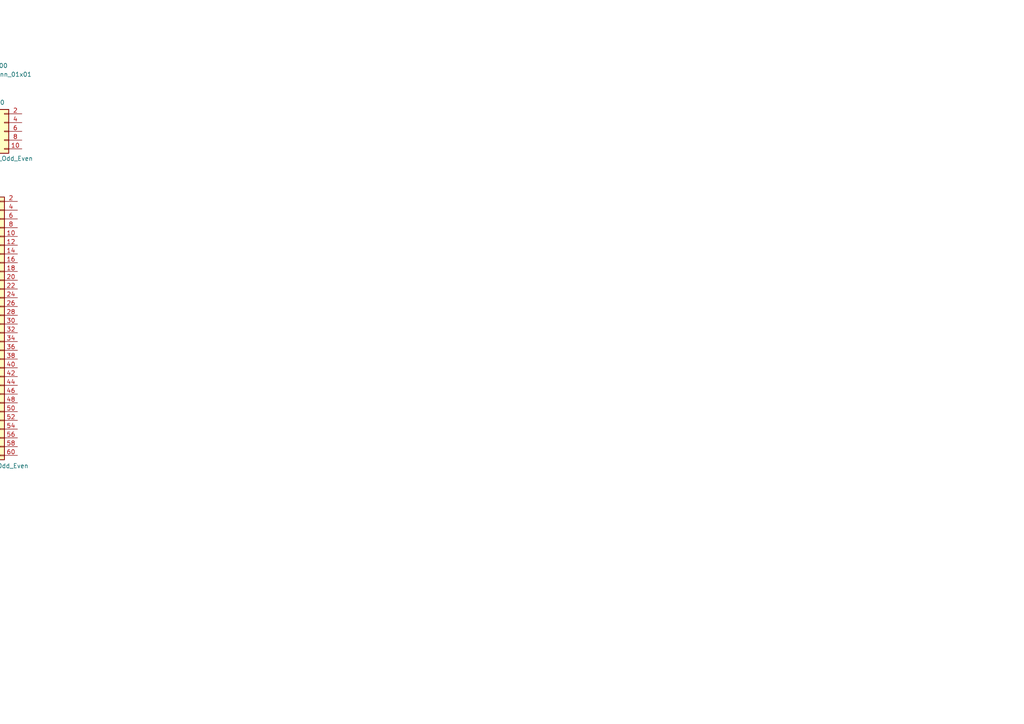
<source format=kicad_sch>
(kicad_sch (version 20231120) (generator "eeschema") (generator_version "8.0")
  (paper "A4")
  (lib_symbols
    (symbol "Connector_Generic:Conn_01x01" (pin_names (offset 1.016) hide)
      (property "Reference" "J" (at 0 2.54 0))
      (property "Value" "Conn_01x01" (at 0 -2.54 0))
      (symbol "Conn_01x01_1_1"
        (rectangle (start -1.27 0.127) (end 0 -0.127) (stroke (width 0.1524)))
        (rectangle (start -1.27 1.27) (end 1.27 -1.27) (stroke (width 0.254)) (fill (type background)))
        (pin passive line (at -5.08 0 0) (length 3.81) (name "Pin_1") (number "1"))
      )
    )
    (symbol "Connector_Generic:Conn_02x05_Odd_Even" (pin_names (offset 1.016) hide)
      (property "Reference" "J" (at 1.27 7.62 0))
      (property "Value" "Conn_02x05_Odd_Even" (at 1.27 -7.62 0))
      (symbol "Conn_02x05_Odd_Even_1_1"
        (rectangle (start -1.27 -4.953) (end 0 -5.207) (stroke (width 0.1524)))
        (rectangle (start -1.27 -2.413) (end 0 -2.667) (stroke (width 0.1524)))
        (rectangle (start -1.27 0.127) (end 0 -0.127) (stroke (width 0.1524)))
        (rectangle (start -1.27 2.667) (end 0 2.413) (stroke (width 0.1524)))
        (rectangle (start -1.27 5.207) (end 0 4.953) (stroke (width 0.1524)))
        (rectangle (start -1.27 6.35) (end 3.81 -6.35) (stroke (width 0.254)) (fill (type background)))
        (rectangle (start 3.81 -4.953) (end 2.54 -5.207) (stroke (width 0.1524)))
        (rectangle (start 3.81 -2.413) (end 2.54 -2.667) (stroke (width 0.1524)))
        (rectangle (start 3.81 0.127) (end 2.54 -0.127) (stroke (width 0.1524)))
        (rectangle (start 3.81 2.667) (end 2.54 2.413) (stroke (width 0.1524)))
        (rectangle (start 3.81 5.207) (end 2.54 4.953) (stroke (width 0.1524)))
        (pin passive line (at -5.08 5.08 0) (length 3.81) (name "Pin_1") (number "1"))
        (pin passive line (at 7.62 -5.08 180) (length 3.81) (name "Pin_10") (number "10"))
        (pin passive line (at 7.62 5.08 180) (length 3.81) (name "Pin_2") (number "2"))
        (pin passive line (at -5.08 2.54 0) (length 3.81) (name "Pin_3") (number "3"))
        (pin passive line (at 7.62 2.54 180) (length 3.81) (name "Pin_4") (number "4"))
        (pin passive line (at -5.08 0 0) (length 3.81) (name "Pin_5") (number "5"))
        (pin passive line (at 7.62 0 180) (length 3.81) (name "Pin_6") (number "6"))
        (pin passive line (at -5.08 -2.54 0) (length 3.81) (name "Pin_7") (number "7"))
        (pin passive line (at 7.62 -2.54 180) (length 3.81) (name "Pin_8") (number "8"))
        (pin passive line (at -5.08 -5.08 0) (length 3.81) (name "Pin_9") (number "9"))
      )
    )
    (symbol "Connector_Generic:Conn_02x30_Odd_Even" (pin_names (offset 1.016) hide)
      (property "Reference" "J" (at 1.27 38.1 0))
      (property "Value" "Conn_02x30_Odd_Even" (at 1.27 -40.64 0))
      (symbol "Conn_02x30_Odd_Even_1_1"
        (rectangle (start -1.27 -37.973) (end 0 -38.227) (stroke (width 0.1524)))
        (rectangle (start -1.27 -35.433) (end 0 -35.687) (stroke (width 0.1524)))
        (rectangle (start -1.27 -32.893) (end 0 -33.147) (stroke (width 0.1524)))
        (rectangle (start -1.27 -30.353) (end 0 -30.607) (stroke (width 0.1524)))
        (rectangle (start -1.27 -27.813) (end 0 -28.067) (stroke (width 0.1524)))
        (rectangle (start -1.27 -25.273) (end 0 -25.527) (stroke (width 0.1524)))
        (rectangle (start -1.27 -22.733) (end 0 -22.987) (stroke (width 0.1524)))
        (rectangle (start -1.27 -20.193) (end 0 -20.447) (stroke (width 0.1524)))
        (rectangle (start -1.27 -17.653) (end 0 -17.907) (stroke (width 0.1524)))
        (rectangle (start -1.27 -15.113) (end 0 -15.367) (stroke (width 0.1524)))
        (rectangle (start -1.27 -12.573) (end 0 -12.827) (stroke (width 0.1524)))
        (rectangle (start -1.27 -10.033) (end 0 -10.287) (stroke (width 0.1524)))
        (rectangle (start -1.27 -7.493) (end 0 -7.747) (stroke (width 0.1524)))
        (rectangle (start -1.27 -4.953) (end 0 -5.207) (stroke (width 0.1524)))
        (rectangle (start -1.27 -2.413) (end 0 -2.667) (stroke (width 0.1524)))
        (rectangle (start -1.27 0.127) (end 0 -0.127) (stroke (width 0.1524)))
        (rectangle (start -1.27 2.667) (end 0 2.413) (stroke (width 0.1524)))
        (rectangle (start -1.27 5.207) (end 0 4.953) (stroke (width 0.1524)))
        (rectangle (start -1.27 7.747) (end 0 7.493) (stroke (width 0.1524)))
        (rectangle (start -1.27 10.287) (end 0 10.033) (stroke (width 0.1524)))
        (rectangle (start -1.27 12.827) (end 0 12.573) (stroke (width 0.1524)))
        (rectangle (start -1.27 15.367) (end 0 15.113) (stroke (width 0.1524)))
        (rectangle (start -1.27 17.907) (end 0 17.653) (stroke (width 0.1524)))
        (rectangle (start -1.27 20.447) (end 0 20.193) (stroke (width 0.1524)))
        (rectangle (start -1.27 22.987) (end 0 22.733) (stroke (width 0.1524)))
        (rectangle (start -1.27 25.527) (end 0 25.273) (stroke (width 0.1524)))
        (rectangle (start -1.27 28.067) (end 0 27.813) (stroke (width 0.1524)))
        (rectangle (start -1.27 30.607) (end 0 30.353) (stroke (width 0.1524)))
        (rectangle (start -1.27 33.147) (end 0 32.893) (stroke (width 0.1524)))
        (rectangle (start -1.27 35.687) (end 0 35.433) (stroke (width 0.1524)))
        (rectangle (start -1.27 36.83) (end 3.81 -39.37) (stroke (width 0.254)) (fill (type background)))
        (rectangle (start 3.81 -37.973) (end 2.54 -38.227) (stroke (width 0.1524)))
        (rectangle (start 3.81 -35.433) (end 2.54 -35.687) (stroke (width 0.1524)))
        (rectangle (start 3.81 -32.893) (end 2.54 -33.147) (stroke (width 0.1524)))
        (rectangle (start 3.81 -30.353) (end 2.54 -30.607) (stroke (width 0.1524)))
        (rectangle (start 3.81 -27.813) (end 2.54 -28.067) (stroke (width 0.1524)))
        (rectangle (start 3.81 -25.273) (end 2.54 -25.527) (stroke (width 0.1524)))
        (rectangle (start 3.81 -22.733) (end 2.54 -22.987) (stroke (width 0.1524)))
        (rectangle (start 3.81 -20.193) (end 2.54 -20.447) (stroke (width 0.1524)))
        (rectangle (start 3.81 -17.653) (end 2.54 -17.907) (stroke (width 0.1524)))
        (rectangle (start 3.81 -15.113) (end 2.54 -15.367) (stroke (width 0.1524)))
        (rectangle (start 3.81 -12.573) (end 2.54 -12.827) (stroke (width 0.1524)))
        (rectangle (start 3.81 -10.033) (end 2.54 -10.287) (stroke (width 0.1524)))
        (rectangle (start 3.81 -7.493) (end 2.54 -7.747) (stroke (width 0.1524)))
        (rectangle (start 3.81 -4.953) (end 2.54 -5.207) (stroke (width 0.1524)))
        (rectangle (start 3.81 -2.413) (end 2.54 -2.667) (stroke (width 0.1524)))
        (rectangle (start 3.81 0.127) (end 2.54 -0.127) (stroke (width 0.1524)))
        (rectangle (start 3.81 2.667) (end 2.54 2.413) (stroke (width 0.1524)))
        (rectangle (start 3.81 5.207) (end 2.54 4.953) (stroke (width 0.1524)))
        (rectangle (start 3.81 7.747) (end 2.54 7.493) (stroke (width 0.1524)))
        (rectangle (start 3.81 10.287) (end 2.54 10.033) (stroke (width 0.1524)))
        (rectangle (start 3.81 12.827) (end 2.54 12.573) (stroke (width 0.1524)))
        (rectangle (start 3.81 15.367) (end 2.54 15.113) (stroke (width 0.1524)))
        (rectangle (start 3.81 17.907) (end 2.54 17.653) (stroke (width 0.1524)))
        (rectangle (start 3.81 20.447) (end 2.54 20.193) (stroke (width 0.1524)))
        (rectangle (start 3.81 22.987) (end 2.54 22.733) (stroke (width 0.1524)))
        (rectangle (start 3.81 25.527) (end 2.54 25.273) (stroke (width 0.1524)))
        (rectangle (start 3.81 28.067) (end 2.54 27.813) (stroke (width 0.1524)))
        (rectangle (start 3.81 30.607) (end 2.54 30.353) (stroke (width 0.1524)))
        (rectangle (start 3.81 33.147) (end 2.54 32.893) (stroke (width 0.1524)))
        (rectangle (start 3.81 35.687) (end 2.54 35.433) (stroke (width 0.1524)))
        (pin passive line (at -5.08 35.56 0) (length 3.81) (name "Pin_1") (number "1"))
        (pin passive line (at 7.62 25.4 180) (length 3.81) (name "Pin_10") (number "10"))
        (pin passive line (at -5.08 22.86 0) (length 3.81) (name "Pin_11") (number "11"))
        (pin passive line (at 7.62 22.86 180) (length 3.81) (name "Pin_12") (number "12"))
        (pin passive line (at -5.08 20.32 0) (length 3.81) (name "Pin_13") (number "13"))
        (pin passive line (at 7.62 20.32 180) (length 3.81) (name "Pin_14") (number "14"))
        (pin passive line (at -5.08 17.78 0) (length 3.81) (name "Pin_15") (number "15"))
        (pin passive line (at 7.62 17.78 180) (length 3.81) (name "Pin_16") (number "16"))
        (pin passive line (at -5.08 15.24 0) (length 3.81) (name "Pin_17") (number "17"))
        (pin passive line (at 7.62 15.24 180) (length 3.81) (name "Pin_18") (number "18"))
        (pin passive line (at -5.08 12.7 0) (length 3.81) (name "Pin_19") (number "19"))
        (pin passive line (at 7.62 35.56 180) (length 3.81) (name "Pin_2") (number "2"))
        (pin passive line (at 7.62 12.7 180) (length 3.81) (name "Pin_20") (number "20"))
        (pin passive line (at -5.08 10.16 0) (length 3.81) (name "Pin_21") (number "21"))
        (pin passive line (at 7.62 10.16 180) (length 3.81) (name "Pin_22") (number "22"))
        (pin passive line (at -5.08 7.62 0) (length 3.81) (name "Pin_23") (number "23"))
        (pin passive line (at 7.62 7.62 180) (length 3.81) (name "Pin_24") (number "24"))
        (pin passive line (at -5.08 5.08 0) (length 3.81) (name "Pin_25") (number "25"))
        (pin passive line (at 7.62 5.08 180) (length 3.81) (name "Pin_26") (number "26"))
        (pin passive line (at -5.08 2.54 0) (length 3.81) (name "Pin_27") (number "27"))
        (pin passive line (at 7.62 2.54 180) (length 3.81) (name "Pin_28") (number "28"))
        (pin passive line (at -5.08 0 0) (length 3.81) (name "Pin_29") (number "29"))
        (pin passive line (at -5.08 33.02 0) (length 3.81) (name "Pin_3") (number "3"))
        (pin passive line (at 7.62 0 180) (length 3.81) (name "Pin_30") (number "30"))
        (pin passive line (at -5.08 -2.54 0) (length 3.81) (name "Pin_31") (number "31"))
        (pin passive line (at 7.62 -2.54 180) (length 3.81) (name "Pin_32") (number "32"))
        (pin passive line (at -5.08 -5.08 0) (length 3.81) (name "Pin_33") (number "33"))
        (pin passive line (at 7.62 -5.08 180) (length 3.81) (name "Pin_34") (number "34"))
        (pin passive line (at -5.08 -7.62 0) (length 3.81) (name "Pin_35") (number "35"))
        (pin passive line (at 7.62 -7.62 180) (length 3.81) (name "Pin_36") (number "36"))
        (pin passive line (at -5.08 -10.16 0) (length 3.81) (name "Pin_37") (number "37"))
        (pin passive line (at 7.62 -10.16 180) (length 3.81) (name "Pin_38") (number "38"))
        (pin passive line (at -5.08 -12.7 0) (length 3.81) (name "Pin_39") (number "39"))
        (pin passive line (at 7.62 33.02 180) (length 3.81) (name "Pin_4") (number "4"))
        (pin passive line (at 7.62 -12.7 180) (length 3.81) (name "Pin_40") (number "40"))
        (pin passive line (at -5.08 -15.24 0) (length 3.81) (name "Pin_41") (number "41"))
        (pin passive line (at 7.62 -15.24 180) (length 3.81) (name "Pin_42") (number "42"))
        (pin passive line (at -5.08 -17.78 0) (length 3.81) (name "Pin_43") (number "43"))
        (pin passive line (at 7.62 -17.78 180) (length 3.81) (name "Pin_44") (number "44"))
        (pin passive line (at -5.08 -20.32 0) (length 3.81) (name "Pin_45") (number "45"))
        (pin passive line (at 7.62 -20.32 180) (length 3.81) (name "Pin_46") (number "46"))
        (pin passive line (at -5.08 -22.86 0) (length 3.81) (name "Pin_47") (number "47"))
        (pin passive line (at 7.62 -22.86 180) (length 3.81) (name "Pin_48") (number "48"))
        (pin passive line (at -5.08 -25.4 0) (length 3.81) (name "Pin_49") (number "49"))
        (pin passive line (at -5.08 30.48 0) (length 3.81) (name "Pin_5") (number "5"))
        (pin passive line (at 7.62 -25.4 180) (length 3.81) (name "Pin_50") (number "50"))
        (pin passive line (at -5.08 -27.94 0) (length 3.81) (name "Pin_51") (number "51"))
        (pin passive line (at 7.62 -27.94 180) (length 3.81) (name "Pin_52") (number "52"))
        (pin passive line (at -5.08 -30.48 0) (length 3.81) (name "Pin_53") (number "53"))
        (pin passive line (at 7.62 -30.48 180) (length 3.81) (name "Pin_54") (number "54"))
        (pin passive line (at -5.08 -33.02 0) (length 3.81) (name "Pin_55") (number "55"))
        (pin passive line (at 7.62 -33.02 180) (length 3.81) (name "Pin_56") (number "56"))
        (pin passive line (at -5.08 -35.56 0) (length 3.81) (name "Pin_57") (number "57"))
        (pin passive line (at 7.62 -35.56 180) (length 3.81) (name "Pin_58") (number "58"))
        (pin passive line (at -5.08 -38.1 0) (length 3.81) (name "Pin_59") (number "59"))
        (pin passive line (at 7.62 30.48 180) (length 3.81) (name "Pin_6") (number "6"))
        (pin passive line (at 7.62 -38.1 180) (length 3.81) (name "Pin_60") (number "60"))
        (pin passive line (at -5.08 27.94 0) (length 3.81) (name "Pin_7") (number "7"))
        (pin passive line (at 7.62 27.94 180) (length 3.81) (name "Pin_8") (number "8"))
        (pin passive line (at -5.08 25.4 0) (length 3.81) (name "Pin_9") (number "9"))
      )
    )
  )
  (symbol (lib_id "Connector_Generic:Conn_02x05_Odd_Even") (at -1.27 38.1 0) (unit 1)
    (property "Reference" "M100" (at -1.27 29.718 0))
    (property "Value" "Conn_02x05_Odd_Even" (at -1.27 45.974 0))
    (property "Footprint" "Connector_PinHeader_2.54mm:PinHeader_2x05_P2.54mm_Vertical" (effects (hide yes)))
    (property "Description" "Generic connector, double row, 02x05, odd/even pin numbering scheme (row 1 odd numbers, row 2 even numbers), script generated (kicad-library-utils/schlib/autogen/connector/)" (effects (hide yes)))
    (property "MPN" "Map" (effects (hide yes)))
  )
  (symbol (lib_id "Connector_Generic:Conn_01x01") (at -6.35 20.32 0) (unit 1)
    (property "Reference" "J100" (at -2.54 19.0499 0) (effects (justify left)))
    (property "Value" "Conn_01x01" (at -2.54 21.5899 0) (effects (justify left)))
    (property "Footprint" "MatchBoxLibrary:Ma" (effects (hide yes)))
    (property "Description" "Generic connector, single row, 01x01, script generated (kicad-library-utils/schlib/autogen/connector/)" (effects (hide yes)))
    (property "MPN" "Input" (effects (hide yes)))
  )
  (symbol (lib_id "Connector_Generic:Conn_02x30_Odd_Even") (at -2.54 93.98 0) (unit 1)
    (property "Reference" "D1" (at -2.54 55.118 0))
    (property "Value" "Conn_02x30_Odd_Even" (at -2.54 135.128 0))
    (property "Footprint" "Connector_PinHeader_2.54mm:PinHeader_2x30_P2.54mm_Vertical" (effects (hide yes)))
    (property "Description" "Generic connector, double row, 02x30, odd/even pin numbering scheme (row 1 odd numbers, row 2 even numbers), script generated (kicad-library-utils/schlib/autogen/connector/)" (effects (hide yes)))
    (property "MPN" "Direct" (effects (hide yes)))
  )
)
</source>
